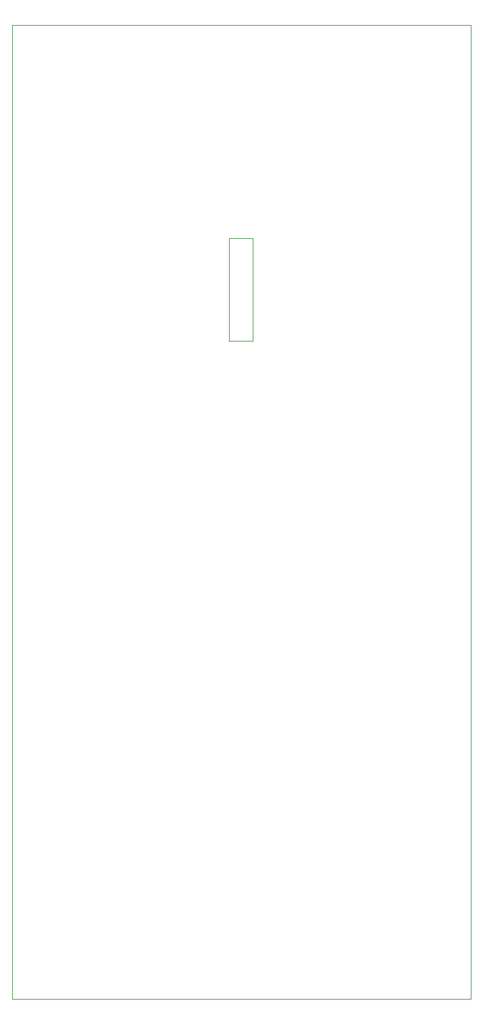
<source format=gbr>
G04 #@! TF.GenerationSoftware,KiCad,Pcbnew,8.0.5*
G04 #@! TF.CreationDate,2024-10-11T08:36:34-07:00*
G04 #@! TF.ProjectId,Sampler-built-FACEPLATE,53616d70-6c65-4722-9d62-75696c742d46,rev?*
G04 #@! TF.SameCoordinates,PXff8daa79PY77b0550*
G04 #@! TF.FileFunction,Profile,NP*
%FSLAX46Y46*%
G04 Gerber Fmt 4.6, Leading zero omitted, Abs format (unit mm)*
G04 Created by KiCad (PCBNEW 8.0.5) date 2024-10-11 08:36:34*
%MOMM*%
%LPD*%
G01*
G04 APERTURE LIST*
G04 #@! TA.AperFunction,Profile*
%ADD10C,0.100000*%
G04 #@! TD*
G04 #@! TA.AperFunction,Profile*
%ADD11C,0.050000*%
G04 #@! TD*
G04 APERTURE END LIST*
D10*
X0Y0D02*
X60600000Y0D01*
X60600000Y128500000D02*
X60600000Y0D01*
X0Y128500000D02*
X0Y0D01*
X0Y128500000D02*
X60600000Y128500000D01*
D11*
G04 #@! TO.C,REF\u002A\u002A*
X28672000Y100401000D02*
X31772000Y100401000D01*
X28672000Y86791000D02*
X28672000Y100391000D01*
X31782000Y100391000D02*
X31782000Y86801000D01*
X31782000Y86791000D02*
X28672000Y86791000D01*
G04 #@! TD*
M02*

</source>
